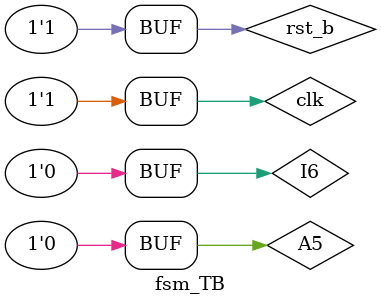
<source format=v>
module fsm (
  input clk,
  input rst_b,
  input A5,
  input I6,
  output reg u5,
  output reg u8,
  output reg O3,
  output reg O4
  );
  
  localparam S_D2 = 5'b00001;
  localparam S_K4 = 5'b00010;
  localparam S_U9 = 5'b00100;
  localparam S_A2 = 5'b01000;
  localparam S_R5 = 5'b10000;
  
  reg [4:0] st;
  reg [4:0] st_nxt;
  
  // combinational always block generating next state;
  always @(*)
  begin
    case (st)
      S_D2: if (~A5 && ~I6) st_nxt = S_U9;
            else st_nxt = S_A2; // same as (A5 || I6);
      S_K4: if (A5 && ~I6) st_nxt = S_D2;
            else st_nxt = S_U9; // same as (~A5 || I6);
      S_U9: if (A5 || ~I6) st_nxt = S_U9;
            else st_nxt = S_D2; // same as (~A5 && I6);
      S_A2: if (A5 || I6) st_nxt = S_A2;
            else st_nxt = S_D2; // same as (~A5 && ~I6);
      S_R5: if (~A5 || I6) st_nxt = S_A2;
            else st_nxt = S_D2; // same as (A5 && ~I6);
    endcase
  end
  
  // combinational always block generating output;
  always @(*)
  begin
    {u5, u8, O3, O4} = 4'b0000;
    case (st)
      S_D2: if (~A5 && ~I6) O3 = 1'b1;
            else {u5, u8, O3} = 3'b111;
      S_K4: if (~A5 || I6) {u5, u8, O3, O4} = 4'b1111;
      S_U9: u5 = 1'b1;
      S_A2: if (A5 || I6) {u5, u8, O3} = 3'b111;
      S_R5: if (~A5 || I6) u8 = 1'b1;
            else u5 = 1'b1;
    endcase
  end
  
  // sequential always block transitioning through states;
  always @(posedge clk, negedge rst_b)
  begin
    if (!rst_b)
      st <= S_D2;
    else
      st <= st_nxt;
  end
endmodule

module fsm_TB;
  reg clk;
  reg rst_b;
  reg A5;
  reg I6;
  wire u5;
  wire u8;
  wire O3;
  wire O4;
  
  localparam CLK_PERIOD = 100;
  localparam RUNNING_CYCLES = 24;
  localparam RST_DURATION = 150;
  
  // instancing UUT;
  fsm inst(.clk(clk), .rst_b(rst_b), .A5(A5), .I6(I6), .u5(u5), .u8(u8), .O3(O3), .O4(O4));
  
  // generating clock signal;
  initial
  begin
    clk = 1'b1;
    repeat (RUNNING_CYCLES*2) #(CLK_PERIOD/2) clk = ~clk;
  end
  
  // generating asynchronous reset signal;
  initial
  begin
    rst_b = 1'b0;
    #RST_DURATION rst_b = 1'b1;
  end
  
  // generating A5 signal;
  initial
  begin
    A5 = 1'b0;
    #(CLK_PERIOD*2) A5 = ~A5; // 1
    #(CLK_PERIOD/2) A5 = ~A5; // 0
    #(CLK_PERIOD/2) A5 = ~A5; // 1
    #(CLK_PERIOD/2) A5 = ~A5; // 0
    #(CLK_PERIOD) A5 = ~A5; // 1
    #(CLK_PERIOD/2) A5 = ~A5; // 0 
    #(CLK_PERIOD/2) A5 = ~A5; // 1 
    #(CLK_PERIOD) A5 = ~A5; // 0
    #(CLK_PERIOD) A5 = ~A5; // 1
    #(CLK_PERIOD) A5 = ~A5; // 0
    #(CLK_PERIOD) A5 = ~A5; // 1
    #(CLK_PERIOD/2) A5 = ~A5; // 0
    #(CLK_PERIOD) A5 = ~A5; // 1
    #(CLK_PERIOD/2) A5 = ~A5; // 0
    #(CLK_PERIOD*3/2) A5 = ~A5; // 1
    #(CLK_PERIOD*3/2) A5 = ~A5; // 0
    #(CLK_PERIOD/2) A5 = ~A5; // 1
    #(CLK_PERIOD/2) A5 = ~A5; // 0
    #(CLK_PERIOD/2) A5 = ~A5; // 1
    #(CLK_PERIOD*2) A5 = ~A5; // 0
    #(CLK_PERIOD) A5 = ~A5; // 1
    #(CLK_PERIOD*3/2) A5 = ~A5; // 0
    #(CLK_PERIOD/2) A5 = ~A5; // 1
    #(CLK_PERIOD*3/2) A5 = ~A5; // 0
    #(CLK_PERIOD/2) A5 = ~A5; // 1
    #(CLK_PERIOD/2) A5 = ~A5; // 0
  end
  
  // generating I6 signal;
  initial
  begin
    I6 = 1'b0;
    #(CLK_PERIOD*3/2) I6 = ~I6; // 1
    #(CLK_PERIOD*3/2) I6 = ~I6; // 0
    #(CLK_PERIOD) I6 = ~I6; // 1
    #(CLK_PERIOD/2) I6 = ~I6; // 0
    #(CLK_PERIOD) I6 = ~I6; // 1
    #(CLK_PERIOD*3/2) I6 = ~I6; // 0
    #(CLK_PERIOD/2) I6 = ~I6; // 1
    #(CLK_PERIOD/2) I6 = ~I6; // 0
    #(CLK_PERIOD/2) I6 = ~I6; // 1
    #(CLK_PERIOD*2) I6 = ~I6; // 0
    #(CLK_PERIOD) I6 = ~I6; // 1
    #(CLK_PERIOD*3/2) I6 = ~I6; // 0
    #(CLK_PERIOD/2) I6 = ~I6; // 1
    #(CLK_PERIOD/2) I6 = ~I6; // 0
    #(CLK_PERIOD/2) I6 = ~I6; // 1
    #(CLK_PERIOD*4) I6 = ~I6; // 0
    #(CLK_PERIOD/2) I6 = ~I6; // 1
    #(CLK_PERIOD*3/2) I6 = ~I6; // 0
    #(CLK_PERIOD) I6 = ~I6; // 1
    #(CLK_PERIOD/2) I6 = ~I6; // 0
    #(CLK_PERIOD/2) I6 = ~I6; // 1
    #(CLK_PERIOD) I6 = ~I6; // 0
  end
endmodule
</source>
